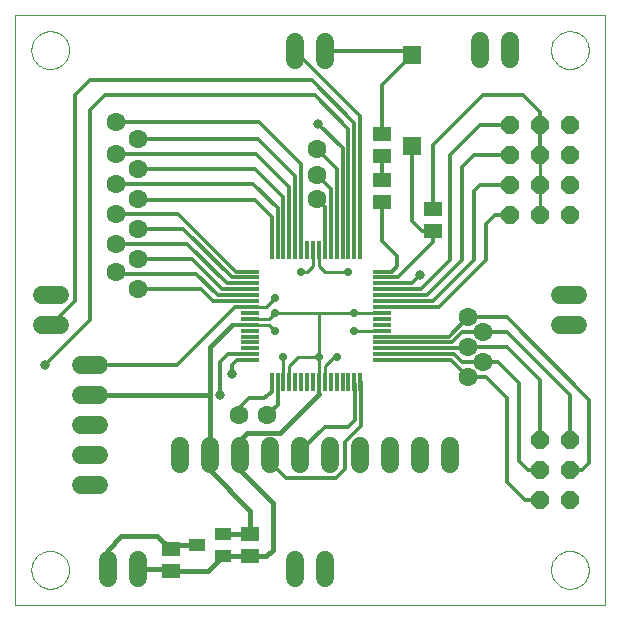
<source format=gtl>
G75*
G70*
%OFA0B0*%
%FSLAX24Y24*%
%IPPOS*%
%LPD*%
%AMOC8*
5,1,8,0,0,1.08239X$1,22.5*
%
%ADD10C,0.0000*%
%ADD11R,0.0630X0.0118*%
%ADD12R,0.0118X0.0630*%
%ADD13C,0.0630*%
%ADD14C,0.0600*%
%ADD15OC8,0.0600*%
%ADD16R,0.0591X0.0512*%
%ADD17R,0.0551X0.0394*%
%ADD18R,0.0630X0.0630*%
%ADD19C,0.0100*%
%ADD20C,0.0277*%
%ADD21C,0.0120*%
%ADD22C,0.0317*%
%ADD23C,0.0160*%
D10*
X003295Y003295D02*
X022980Y003295D01*
X022980Y022980D01*
X003295Y022980D01*
X003295Y003295D01*
X003846Y004476D02*
X003848Y004526D01*
X003854Y004576D01*
X003864Y004625D01*
X003878Y004673D01*
X003895Y004720D01*
X003916Y004765D01*
X003941Y004809D01*
X003969Y004850D01*
X004001Y004889D01*
X004035Y004926D01*
X004072Y004960D01*
X004112Y004990D01*
X004154Y005017D01*
X004198Y005041D01*
X004244Y005062D01*
X004291Y005078D01*
X004339Y005091D01*
X004389Y005100D01*
X004438Y005105D01*
X004489Y005106D01*
X004539Y005103D01*
X004588Y005096D01*
X004637Y005085D01*
X004685Y005070D01*
X004731Y005052D01*
X004776Y005030D01*
X004819Y005004D01*
X004860Y004975D01*
X004899Y004943D01*
X004935Y004908D01*
X004967Y004870D01*
X004997Y004830D01*
X005024Y004787D01*
X005047Y004743D01*
X005066Y004697D01*
X005082Y004649D01*
X005094Y004600D01*
X005102Y004551D01*
X005106Y004501D01*
X005106Y004451D01*
X005102Y004401D01*
X005094Y004352D01*
X005082Y004303D01*
X005066Y004255D01*
X005047Y004209D01*
X005024Y004165D01*
X004997Y004122D01*
X004967Y004082D01*
X004935Y004044D01*
X004899Y004009D01*
X004860Y003977D01*
X004819Y003948D01*
X004776Y003922D01*
X004731Y003900D01*
X004685Y003882D01*
X004637Y003867D01*
X004588Y003856D01*
X004539Y003849D01*
X004489Y003846D01*
X004438Y003847D01*
X004389Y003852D01*
X004339Y003861D01*
X004291Y003874D01*
X004244Y003890D01*
X004198Y003911D01*
X004154Y003935D01*
X004112Y003962D01*
X004072Y003992D01*
X004035Y004026D01*
X004001Y004063D01*
X003969Y004102D01*
X003941Y004143D01*
X003916Y004187D01*
X003895Y004232D01*
X003878Y004279D01*
X003864Y004327D01*
X003854Y004376D01*
X003848Y004426D01*
X003846Y004476D01*
X003846Y021799D02*
X003848Y021849D01*
X003854Y021899D01*
X003864Y021948D01*
X003878Y021996D01*
X003895Y022043D01*
X003916Y022088D01*
X003941Y022132D01*
X003969Y022173D01*
X004001Y022212D01*
X004035Y022249D01*
X004072Y022283D01*
X004112Y022313D01*
X004154Y022340D01*
X004198Y022364D01*
X004244Y022385D01*
X004291Y022401D01*
X004339Y022414D01*
X004389Y022423D01*
X004438Y022428D01*
X004489Y022429D01*
X004539Y022426D01*
X004588Y022419D01*
X004637Y022408D01*
X004685Y022393D01*
X004731Y022375D01*
X004776Y022353D01*
X004819Y022327D01*
X004860Y022298D01*
X004899Y022266D01*
X004935Y022231D01*
X004967Y022193D01*
X004997Y022153D01*
X005024Y022110D01*
X005047Y022066D01*
X005066Y022020D01*
X005082Y021972D01*
X005094Y021923D01*
X005102Y021874D01*
X005106Y021824D01*
X005106Y021774D01*
X005102Y021724D01*
X005094Y021675D01*
X005082Y021626D01*
X005066Y021578D01*
X005047Y021532D01*
X005024Y021488D01*
X004997Y021445D01*
X004967Y021405D01*
X004935Y021367D01*
X004899Y021332D01*
X004860Y021300D01*
X004819Y021271D01*
X004776Y021245D01*
X004731Y021223D01*
X004685Y021205D01*
X004637Y021190D01*
X004588Y021179D01*
X004539Y021172D01*
X004489Y021169D01*
X004438Y021170D01*
X004389Y021175D01*
X004339Y021184D01*
X004291Y021197D01*
X004244Y021213D01*
X004198Y021234D01*
X004154Y021258D01*
X004112Y021285D01*
X004072Y021315D01*
X004035Y021349D01*
X004001Y021386D01*
X003969Y021425D01*
X003941Y021466D01*
X003916Y021510D01*
X003895Y021555D01*
X003878Y021602D01*
X003864Y021650D01*
X003854Y021699D01*
X003848Y021749D01*
X003846Y021799D01*
X021169Y021799D02*
X021171Y021849D01*
X021177Y021899D01*
X021187Y021948D01*
X021201Y021996D01*
X021218Y022043D01*
X021239Y022088D01*
X021264Y022132D01*
X021292Y022173D01*
X021324Y022212D01*
X021358Y022249D01*
X021395Y022283D01*
X021435Y022313D01*
X021477Y022340D01*
X021521Y022364D01*
X021567Y022385D01*
X021614Y022401D01*
X021662Y022414D01*
X021712Y022423D01*
X021761Y022428D01*
X021812Y022429D01*
X021862Y022426D01*
X021911Y022419D01*
X021960Y022408D01*
X022008Y022393D01*
X022054Y022375D01*
X022099Y022353D01*
X022142Y022327D01*
X022183Y022298D01*
X022222Y022266D01*
X022258Y022231D01*
X022290Y022193D01*
X022320Y022153D01*
X022347Y022110D01*
X022370Y022066D01*
X022389Y022020D01*
X022405Y021972D01*
X022417Y021923D01*
X022425Y021874D01*
X022429Y021824D01*
X022429Y021774D01*
X022425Y021724D01*
X022417Y021675D01*
X022405Y021626D01*
X022389Y021578D01*
X022370Y021532D01*
X022347Y021488D01*
X022320Y021445D01*
X022290Y021405D01*
X022258Y021367D01*
X022222Y021332D01*
X022183Y021300D01*
X022142Y021271D01*
X022099Y021245D01*
X022054Y021223D01*
X022008Y021205D01*
X021960Y021190D01*
X021911Y021179D01*
X021862Y021172D01*
X021812Y021169D01*
X021761Y021170D01*
X021712Y021175D01*
X021662Y021184D01*
X021614Y021197D01*
X021567Y021213D01*
X021521Y021234D01*
X021477Y021258D01*
X021435Y021285D01*
X021395Y021315D01*
X021358Y021349D01*
X021324Y021386D01*
X021292Y021425D01*
X021264Y021466D01*
X021239Y021510D01*
X021218Y021555D01*
X021201Y021602D01*
X021187Y021650D01*
X021177Y021699D01*
X021171Y021749D01*
X021169Y021799D01*
X021169Y004476D02*
X021171Y004526D01*
X021177Y004576D01*
X021187Y004625D01*
X021201Y004673D01*
X021218Y004720D01*
X021239Y004765D01*
X021264Y004809D01*
X021292Y004850D01*
X021324Y004889D01*
X021358Y004926D01*
X021395Y004960D01*
X021435Y004990D01*
X021477Y005017D01*
X021521Y005041D01*
X021567Y005062D01*
X021614Y005078D01*
X021662Y005091D01*
X021712Y005100D01*
X021761Y005105D01*
X021812Y005106D01*
X021862Y005103D01*
X021911Y005096D01*
X021960Y005085D01*
X022008Y005070D01*
X022054Y005052D01*
X022099Y005030D01*
X022142Y005004D01*
X022183Y004975D01*
X022222Y004943D01*
X022258Y004908D01*
X022290Y004870D01*
X022320Y004830D01*
X022347Y004787D01*
X022370Y004743D01*
X022389Y004697D01*
X022405Y004649D01*
X022417Y004600D01*
X022425Y004551D01*
X022429Y004501D01*
X022429Y004451D01*
X022425Y004401D01*
X022417Y004352D01*
X022405Y004303D01*
X022389Y004255D01*
X022370Y004209D01*
X022347Y004165D01*
X022320Y004122D01*
X022290Y004082D01*
X022258Y004044D01*
X022222Y004009D01*
X022183Y003977D01*
X022142Y003948D01*
X022099Y003922D01*
X022054Y003900D01*
X022008Y003882D01*
X021960Y003867D01*
X021911Y003856D01*
X021862Y003849D01*
X021812Y003846D01*
X021761Y003847D01*
X021712Y003852D01*
X021662Y003861D01*
X021614Y003874D01*
X021567Y003890D01*
X021521Y003911D01*
X021477Y003935D01*
X021435Y003962D01*
X021395Y003992D01*
X021358Y004026D01*
X021324Y004063D01*
X021292Y004102D01*
X021264Y004143D01*
X021239Y004187D01*
X021218Y004232D01*
X021201Y004279D01*
X021187Y004327D01*
X021177Y004376D01*
X021171Y004426D01*
X021169Y004476D01*
D11*
X015539Y011465D03*
X015539Y011661D03*
X015539Y011858D03*
X015539Y012055D03*
X015539Y012252D03*
X015539Y012449D03*
X015539Y012646D03*
X015539Y012843D03*
X015539Y013039D03*
X015539Y013236D03*
X015539Y013433D03*
X015539Y013630D03*
X015539Y013827D03*
X015539Y014024D03*
X015539Y014220D03*
X015539Y014417D03*
X011130Y014417D03*
X011130Y014220D03*
X011130Y014024D03*
X011130Y013827D03*
X011130Y013630D03*
X011130Y013433D03*
X011130Y013236D03*
X011130Y013039D03*
X011130Y012843D03*
X011130Y012646D03*
X011130Y012449D03*
X011130Y012252D03*
X011130Y012055D03*
X011130Y011858D03*
X011130Y011661D03*
X011130Y011465D03*
D12*
X011858Y010736D03*
X012055Y010736D03*
X012252Y010736D03*
X012449Y010736D03*
X012646Y010736D03*
X012843Y010736D03*
X013039Y010736D03*
X013236Y010736D03*
X013433Y010736D03*
X013630Y010736D03*
X013827Y010736D03*
X014024Y010736D03*
X014220Y010736D03*
X014417Y010736D03*
X014614Y010736D03*
X014811Y010736D03*
X014811Y015146D03*
X014614Y015146D03*
X014417Y015146D03*
X014220Y015146D03*
X014024Y015146D03*
X013827Y015146D03*
X013630Y015146D03*
X013433Y015146D03*
X013236Y015146D03*
X013039Y015146D03*
X012843Y015146D03*
X012646Y015146D03*
X012449Y015146D03*
X012252Y015146D03*
X012055Y015146D03*
X011858Y015146D03*
D13*
X013357Y016836D03*
X013357Y017636D03*
X013357Y018486D03*
X018407Y012886D03*
X018907Y012386D03*
X018407Y011886D03*
X018907Y011386D03*
X018407Y010886D03*
X011707Y009636D03*
X010757Y009636D03*
X007407Y013836D03*
X006657Y014386D03*
X007407Y014836D03*
X006657Y015336D03*
X007407Y015836D03*
X006657Y016336D03*
X007407Y016836D03*
X006657Y017336D03*
X007407Y017836D03*
X006657Y018336D03*
X007407Y018836D03*
X006657Y019386D03*
D14*
X004800Y013638D02*
X004200Y013638D01*
X004200Y012638D02*
X004800Y012638D01*
X005495Y011295D02*
X006095Y011295D01*
X006095Y010295D02*
X005495Y010295D01*
X005495Y009295D02*
X006095Y009295D01*
X006095Y008295D02*
X005495Y008295D01*
X005495Y007295D02*
X006095Y007295D01*
X006388Y004800D02*
X006388Y004200D01*
X007388Y004200D02*
X007388Y004800D01*
X008795Y007995D02*
X008795Y008595D01*
X009795Y008595D02*
X009795Y007995D01*
X010795Y007995D02*
X010795Y008595D01*
X011795Y008595D02*
X011795Y007995D01*
X012795Y007995D02*
X012795Y008595D01*
X013795Y008595D02*
X013795Y007995D01*
X014795Y007995D02*
X014795Y008595D01*
X015795Y008595D02*
X015795Y007995D01*
X016795Y007995D02*
X016795Y008595D01*
X017795Y008595D02*
X017795Y007995D01*
X013638Y004800D02*
X013638Y004200D01*
X012638Y004200D02*
X012638Y004800D01*
X021476Y012638D02*
X022076Y012638D01*
X022076Y013638D02*
X021476Y013638D01*
X019795Y021495D02*
X019795Y022095D01*
X018795Y022095D02*
X018795Y021495D01*
X013638Y021476D02*
X013638Y022076D01*
X012638Y022076D02*
X012638Y021476D01*
D15*
X019795Y019295D03*
X019795Y018295D03*
X019795Y017295D03*
X019795Y016295D03*
X020795Y016295D03*
X020795Y017295D03*
X021795Y017295D03*
X021795Y016295D03*
X021795Y018295D03*
X020795Y018295D03*
X020795Y019295D03*
X021795Y019295D03*
X021795Y008795D03*
X020795Y008795D03*
X020795Y007795D03*
X021795Y007795D03*
X021795Y006795D03*
X020795Y006795D03*
D16*
X017245Y015771D03*
X017245Y016519D03*
X015545Y016721D03*
X015545Y017469D03*
X015545Y018271D03*
X015545Y019019D03*
X011145Y005669D03*
X011145Y004921D03*
X008495Y005169D03*
X008495Y004421D03*
D17*
X009362Y005295D03*
X010228Y004921D03*
X010228Y005669D03*
D18*
X016545Y018595D03*
X016545Y021645D03*
D19*
X020795Y018295D02*
X020795Y017295D01*
X020795Y016295D01*
X015539Y013039D02*
X014614Y013039D01*
X013433Y013039D01*
X013433Y011563D01*
X012744Y011563D01*
X012449Y011268D01*
X012449Y010736D01*
X012252Y010736D02*
X012252Y011563D01*
X011957Y012449D02*
X011760Y012646D01*
X011130Y012646D01*
X011130Y012843D02*
X011760Y012843D01*
X011957Y013039D01*
X013433Y013039D01*
X014614Y012449D02*
X015539Y012449D01*
X014024Y011563D02*
X013925Y011563D01*
X013630Y011268D01*
X013630Y010736D01*
X013433Y010736D02*
X013433Y011563D01*
X011661Y013236D02*
X011957Y013531D01*
X011661Y013236D02*
X011130Y013236D01*
X012843Y014417D02*
X013039Y014417D01*
X013236Y014614D01*
X013236Y015146D01*
X013433Y015146D02*
X013433Y014614D01*
X013630Y014417D01*
X014417Y014417D01*
D20*
X014417Y014417D03*
X014614Y013039D03*
X014614Y012449D03*
X014024Y011563D03*
X013433Y011563D03*
X012252Y011563D03*
X011957Y012449D03*
X011957Y013039D03*
X011957Y013531D03*
X012843Y014417D03*
D21*
X012843Y015146D02*
X012843Y017998D01*
X011445Y019395D01*
X006667Y019395D01*
X006657Y019386D01*
X007407Y018836D02*
X007417Y018845D01*
X011395Y018845D01*
X012646Y017595D01*
X012646Y015146D01*
X012449Y015146D02*
X012449Y017242D01*
X011345Y018345D01*
X006667Y018345D01*
X006657Y018336D01*
X007407Y017836D02*
X007417Y017845D01*
X011295Y017845D01*
X012252Y016889D01*
X012252Y015146D01*
X012055Y015146D02*
X012055Y016535D01*
X011245Y017345D01*
X006717Y017345D01*
X006657Y017336D01*
X007407Y016836D02*
X007448Y016795D01*
X011295Y016795D01*
X011858Y016232D01*
X011858Y015146D01*
X011130Y014417D02*
X010673Y014417D01*
X008745Y016345D01*
X006667Y016345D01*
X006657Y016336D01*
X007407Y015836D02*
X007417Y015845D01*
X008895Y015845D01*
X010520Y014220D01*
X011130Y014220D01*
X011130Y014024D02*
X010367Y014024D01*
X009045Y015345D01*
X006667Y015345D01*
X006657Y015336D01*
X007407Y014836D02*
X007417Y014845D01*
X009195Y014845D01*
X010214Y013827D01*
X011130Y013827D01*
X011130Y013630D02*
X010061Y013630D01*
X009345Y014345D01*
X006698Y014345D01*
X006657Y014386D01*
X007407Y013836D02*
X007417Y013845D01*
X009495Y013845D01*
X009907Y013433D01*
X011130Y013433D01*
X011130Y013236D02*
X010636Y013236D01*
X008695Y011295D01*
X005795Y011295D01*
X005795Y012795D02*
X004295Y011295D01*
X004500Y012638D02*
X005295Y013433D01*
X005295Y020295D01*
X005795Y020795D01*
X013195Y020795D01*
X014614Y019376D01*
X014614Y015146D01*
X014417Y015146D02*
X014417Y019173D01*
X013295Y020295D01*
X006295Y020295D01*
X005795Y019795D01*
X005795Y012795D01*
X010145Y011395D02*
X010145Y010295D01*
X010545Y010995D02*
X010545Y011295D01*
X010715Y011465D01*
X011130Y011465D01*
X011130Y011661D02*
X010411Y011661D01*
X010145Y011395D01*
X011076Y012445D02*
X011130Y012449D01*
X011130Y012646D02*
X010546Y012646D01*
X011858Y010736D02*
X011858Y010408D01*
X011595Y010195D01*
X011095Y010195D01*
X010795Y009895D01*
X010845Y009824D01*
X010757Y009636D01*
X011707Y009636D02*
X012055Y009983D01*
X012055Y010736D01*
X013433Y010736D02*
X013433Y010333D01*
X013620Y009245D02*
X014395Y009245D01*
X014620Y009470D01*
X014620Y010667D01*
X014614Y010736D01*
X014811Y010736D02*
X014820Y010720D01*
X014820Y009270D01*
X014295Y008745D01*
X014295Y007820D01*
X013995Y007520D01*
X012345Y007520D01*
X011795Y008070D01*
X011795Y008295D01*
X012795Y008295D02*
X012795Y008420D01*
X013620Y009245D01*
X015539Y011465D02*
X017829Y011465D01*
X018407Y010886D01*
X019005Y010886D01*
X019695Y010195D01*
X019695Y007395D01*
X020295Y006795D01*
X020795Y006795D01*
X020795Y007795D02*
X020395Y007795D01*
X020095Y008095D01*
X020095Y010695D01*
X019405Y011386D01*
X018907Y011386D01*
X018698Y011395D01*
X018195Y011395D01*
X017929Y011661D01*
X015539Y011661D01*
X015539Y011858D02*
X018380Y011858D01*
X018407Y011886D01*
X019705Y011886D01*
X020795Y010795D01*
X020795Y008795D01*
X021795Y008795D02*
X021795Y010295D01*
X019705Y012386D01*
X018907Y012386D01*
X018798Y012395D01*
X018195Y012395D01*
X017855Y012055D01*
X015539Y012055D01*
X015539Y012252D02*
X017774Y012252D01*
X018407Y012886D01*
X019705Y012886D01*
X022445Y010145D01*
X022445Y008045D01*
X022195Y007795D01*
X021795Y007795D01*
X017436Y013236D02*
X018995Y014795D01*
X018995Y015995D01*
X019295Y016295D01*
X019795Y016295D01*
X019795Y017295D02*
X018795Y017295D01*
X018595Y017095D01*
X018595Y014795D01*
X017233Y013433D01*
X015539Y013433D01*
X015539Y013236D02*
X017436Y013236D01*
X017030Y013630D02*
X018195Y014795D01*
X018195Y017895D01*
X018595Y018295D01*
X019795Y018295D01*
X019795Y019295D02*
X018795Y019295D01*
X017795Y018295D01*
X017795Y014795D01*
X016827Y013827D01*
X015539Y013827D01*
X015539Y014024D02*
X016524Y014024D01*
X016795Y014295D01*
X016070Y014220D02*
X017245Y015395D01*
X017245Y015771D01*
X016869Y015771D01*
X016545Y016095D01*
X016545Y018595D01*
X017245Y018645D02*
X018895Y020295D01*
X020245Y020295D01*
X020795Y019745D01*
X020795Y019295D01*
X020795Y018295D01*
X017245Y018645D02*
X017245Y016519D01*
X015545Y016721D02*
X015545Y015445D01*
X016045Y014945D01*
X016045Y014595D01*
X015867Y014417D01*
X015539Y014417D01*
X015539Y014220D02*
X016070Y014220D01*
X015539Y013630D02*
X017030Y013630D01*
X014811Y015146D02*
X014811Y019602D01*
X012638Y021776D01*
X013638Y021776D02*
X016516Y021776D01*
X016396Y021495D01*
X016545Y021645D01*
X015545Y020645D01*
X015545Y019019D01*
X015545Y018271D02*
X015545Y017469D01*
X014220Y018520D02*
X013395Y019345D01*
X013357Y018486D02*
X014024Y017820D01*
X014024Y015146D01*
X014220Y015146D02*
X014220Y018520D01*
X013357Y017636D02*
X013827Y017167D01*
X013827Y015146D01*
X013630Y015146D02*
X013630Y016563D01*
X013357Y016836D01*
D22*
X013395Y019345D03*
X016795Y014295D03*
X010545Y010995D03*
X010145Y010295D03*
X004295Y011295D03*
D23*
X005795Y010295D02*
X009795Y010295D01*
X009795Y011895D01*
X010546Y012646D01*
X009795Y010295D02*
X009794Y008283D01*
X009795Y008295D01*
X009794Y008283D02*
X009795Y008095D01*
X009795Y007795D01*
X011145Y006445D01*
X011145Y005669D01*
X010228Y005669D01*
X010228Y004921D02*
X011145Y004921D01*
X011671Y004921D01*
X011895Y005145D01*
X011895Y006695D01*
X010795Y007795D01*
X010795Y008295D01*
X010795Y008795D01*
X011045Y009045D01*
X012145Y009045D01*
X013433Y010333D01*
X009362Y005295D02*
X008621Y005295D01*
X008495Y005169D01*
X008045Y005595D01*
X006845Y005595D01*
X006388Y005138D01*
X006388Y004500D01*
X007388Y004500D02*
X008417Y004500D01*
X008495Y004421D01*
X009728Y004421D01*
X010228Y004921D01*
M02*

</source>
